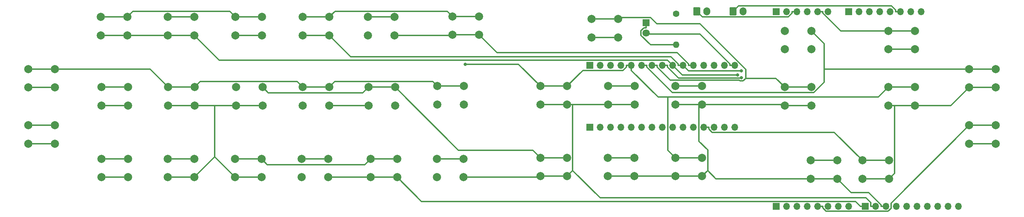
<source format=gbr>
G04 #@! TF.GenerationSoftware,KiCad,Pcbnew,(5.1.4)-1*
G04 #@! TF.CreationDate,2019-08-18T12:41:48-04:00*
G04 #@! TF.ProjectId,A-10C-UFC,412d3130-432d-4554-9643-2e6b69636164,1.2*
G04 #@! TF.SameCoordinates,Original*
G04 #@! TF.FileFunction,Copper,L1,Top*
G04 #@! TF.FilePolarity,Positive*
%FSLAX46Y46*%
G04 Gerber Fmt 4.6, Leading zero omitted, Abs format (unit mm)*
G04 Created by KiCad (PCBNEW (5.1.4)-1) date 2019-08-18 12:41:48*
%MOMM*%
%LPD*%
G04 APERTURE LIST*
%ADD10C,2.000000*%
%ADD11R,1.800000X1.800000*%
%ADD12C,1.800000*%
%ADD13R,1.700000X1.700000*%
%ADD14O,1.700000X1.700000*%
%ADD15C,1.600000*%
%ADD16O,1.600000X1.600000*%
%ADD17C,0.100000*%
%ADD18C,1.700000*%
%ADD19O,1.700000X2.000000*%
%ADD20C,0.800000*%
%ADD21C,0.300000*%
G04 APERTURE END LIST*
D10*
X307998000Y-95123000D03*
X307998000Y-99623000D03*
X301498000Y-95123000D03*
X301498000Y-99623000D03*
X307998000Y-81280000D03*
X307998000Y-85780000D03*
X301498000Y-81280000D03*
X301498000Y-85780000D03*
X288186000Y-85725000D03*
X288186000Y-90225000D03*
X281686000Y-85725000D03*
X281686000Y-90225000D03*
X288186000Y-71882000D03*
X288186000Y-76382000D03*
X281686000Y-71882000D03*
X281686000Y-76382000D03*
X281836000Y-103759000D03*
X281836000Y-108259000D03*
X275336000Y-103759000D03*
X275336000Y-108259000D03*
X269136000Y-103759000D03*
X269136000Y-108259000D03*
X262636000Y-103759000D03*
X262636000Y-108259000D03*
X262786000Y-85725000D03*
X262786000Y-90225000D03*
X256286000Y-85725000D03*
X256286000Y-90225000D03*
X262786000Y-71882000D03*
X262786000Y-76382000D03*
X256286000Y-71882000D03*
X256286000Y-76382000D03*
X235989000Y-103124000D03*
X235989000Y-107624000D03*
X229489000Y-103124000D03*
X229489000Y-107624000D03*
X235989000Y-85471000D03*
X235989000Y-89971000D03*
X229489000Y-85471000D03*
X229489000Y-89971000D03*
X219352000Y-103124000D03*
X219352000Y-107624000D03*
X212852000Y-103124000D03*
X212852000Y-107624000D03*
X219479000Y-85471000D03*
X219479000Y-89971000D03*
X212979000Y-85471000D03*
X212979000Y-89971000D03*
X215415000Y-68961000D03*
X215415000Y-73461000D03*
X208915000Y-68961000D03*
X208915000Y-73461000D03*
X202842000Y-103124000D03*
X202842000Y-107624000D03*
X196342000Y-103124000D03*
X196342000Y-107624000D03*
X202842000Y-85471000D03*
X202842000Y-89971000D03*
X196342000Y-85471000D03*
X196342000Y-89971000D03*
X177442000Y-103378000D03*
X177442000Y-107878000D03*
X170942000Y-103378000D03*
X170942000Y-107878000D03*
X177569000Y-85471000D03*
X177569000Y-89971000D03*
X171069000Y-85471000D03*
X171069000Y-89971000D03*
X181252000Y-68326000D03*
X181252000Y-72826000D03*
X174752000Y-68326000D03*
X174752000Y-72826000D03*
X161186000Y-103378000D03*
X161186000Y-107878000D03*
X154686000Y-103378000D03*
X154686000Y-107878000D03*
X160678000Y-85725000D03*
X160678000Y-90225000D03*
X154178000Y-85725000D03*
X154178000Y-90225000D03*
X160551000Y-68453000D03*
X160551000Y-72953000D03*
X154051000Y-68453000D03*
X154051000Y-72953000D03*
X144295000Y-103378000D03*
X144295000Y-107878000D03*
X137795000Y-103378000D03*
X137795000Y-107878000D03*
X144549000Y-85725000D03*
X144549000Y-90225000D03*
X138049000Y-85725000D03*
X138049000Y-90225000D03*
X144549000Y-68453000D03*
X144549000Y-72953000D03*
X138049000Y-68453000D03*
X138049000Y-72953000D03*
X127912000Y-103378000D03*
X127912000Y-107878000D03*
X121412000Y-103378000D03*
X121412000Y-107878000D03*
X128166000Y-85725000D03*
X128166000Y-90225000D03*
X121666000Y-85725000D03*
X121666000Y-90225000D03*
X128039000Y-68453000D03*
X128039000Y-72953000D03*
X121539000Y-68453000D03*
X121539000Y-72953000D03*
X111402000Y-103378000D03*
X111402000Y-107878000D03*
X104902000Y-103378000D03*
X104902000Y-107878000D03*
X111529000Y-85725000D03*
X111529000Y-90225000D03*
X105029000Y-85725000D03*
X105029000Y-90225000D03*
X111402000Y-68453000D03*
X111402000Y-72953000D03*
X104902000Y-68453000D03*
X104902000Y-72953000D03*
X95146000Y-103378000D03*
X95146000Y-107878000D03*
X88646000Y-103378000D03*
X88646000Y-107878000D03*
X95146000Y-85725000D03*
X95146000Y-90225000D03*
X88646000Y-85725000D03*
X88646000Y-90225000D03*
X95019000Y-68453000D03*
X95019000Y-72953000D03*
X88519000Y-68453000D03*
X88519000Y-72953000D03*
X77239000Y-95123000D03*
X77239000Y-99623000D03*
X70739000Y-95123000D03*
X70739000Y-99623000D03*
X77239000Y-81280000D03*
X77239000Y-85780000D03*
X70739000Y-81280000D03*
X70739000Y-85780000D03*
D11*
X222250000Y-69850000D03*
D12*
X222250000Y-72390000D03*
D13*
X276047000Y-115062000D03*
D14*
X278587000Y-115062000D03*
X281127000Y-115062000D03*
X283667000Y-115062000D03*
X286207000Y-115062000D03*
X288747000Y-115062000D03*
X291287000Y-115062000D03*
X293827000Y-115062000D03*
X296367000Y-115062000D03*
X298907000Y-115062000D03*
D13*
X254203000Y-67106800D03*
D14*
X256743000Y-67106800D03*
X259283000Y-67106800D03*
X261823000Y-67106800D03*
X264363000Y-67106800D03*
X266903000Y-67106800D03*
D15*
X229616000Y-67691000D03*
D16*
X229616000Y-75311000D03*
D13*
X254203000Y-115062000D03*
D14*
X256743000Y-115062000D03*
X259283000Y-115062000D03*
X261823000Y-115062000D03*
X264363000Y-115062000D03*
X266903000Y-115062000D03*
X269443000Y-115062000D03*
X271983000Y-115062000D03*
X244043000Y-80391000D03*
X241503000Y-80391000D03*
X238963000Y-80391000D03*
X236423000Y-80391000D03*
X233883000Y-80391000D03*
X231343000Y-80391000D03*
X228803000Y-80391000D03*
X226263000Y-80391000D03*
X223723000Y-80391000D03*
X221183000Y-80391000D03*
X218643000Y-80391000D03*
X216103000Y-80391000D03*
X213563000Y-80391000D03*
X211023000Y-80391000D03*
D13*
X208483000Y-80391000D03*
X208483000Y-95631000D03*
D14*
X211023000Y-95631000D03*
X213563000Y-95631000D03*
X216103000Y-95631000D03*
X218643000Y-95631000D03*
X221183000Y-95631000D03*
X223723000Y-95631000D03*
X226263000Y-95631000D03*
X228803000Y-95631000D03*
X231343000Y-95631000D03*
X233883000Y-95631000D03*
X236423000Y-95631000D03*
X238963000Y-95631000D03*
X241503000Y-95631000D03*
X244043000Y-95631000D03*
D13*
X271983000Y-67106800D03*
D14*
X274523000Y-67106800D03*
X277063000Y-67106800D03*
X279603000Y-67106800D03*
X282143000Y-67106800D03*
X284683000Y-67106800D03*
X287223000Y-67106800D03*
X289763000Y-67106800D03*
D17*
G36*
X244210504Y-66057204D02*
G01*
X244234773Y-66060804D01*
X244258571Y-66066765D01*
X244281671Y-66075030D01*
X244303849Y-66085520D01*
X244324893Y-66098133D01*
X244344598Y-66112747D01*
X244362777Y-66129223D01*
X244379253Y-66147402D01*
X244393867Y-66167107D01*
X244406480Y-66188151D01*
X244416970Y-66210329D01*
X244425235Y-66233429D01*
X244431196Y-66257227D01*
X244434796Y-66281496D01*
X244436000Y-66306000D01*
X244436000Y-67806000D01*
X244434796Y-67830504D01*
X244431196Y-67854773D01*
X244425235Y-67878571D01*
X244416970Y-67901671D01*
X244406480Y-67923849D01*
X244393867Y-67944893D01*
X244379253Y-67964598D01*
X244362777Y-67982777D01*
X244344598Y-67999253D01*
X244324893Y-68013867D01*
X244303849Y-68026480D01*
X244281671Y-68036970D01*
X244258571Y-68045235D01*
X244234773Y-68051196D01*
X244210504Y-68054796D01*
X244186000Y-68056000D01*
X242986000Y-68056000D01*
X242961496Y-68054796D01*
X242937227Y-68051196D01*
X242913429Y-68045235D01*
X242890329Y-68036970D01*
X242868151Y-68026480D01*
X242847107Y-68013867D01*
X242827402Y-67999253D01*
X242809223Y-67982777D01*
X242792747Y-67964598D01*
X242778133Y-67944893D01*
X242765520Y-67923849D01*
X242755030Y-67901671D01*
X242746765Y-67878571D01*
X242740804Y-67854773D01*
X242737204Y-67830504D01*
X242736000Y-67806000D01*
X242736000Y-66306000D01*
X242737204Y-66281496D01*
X242740804Y-66257227D01*
X242746765Y-66233429D01*
X242755030Y-66210329D01*
X242765520Y-66188151D01*
X242778133Y-66167107D01*
X242792747Y-66147402D01*
X242809223Y-66129223D01*
X242827402Y-66112747D01*
X242847107Y-66098133D01*
X242868151Y-66085520D01*
X242890329Y-66075030D01*
X242913429Y-66066765D01*
X242937227Y-66060804D01*
X242961496Y-66057204D01*
X242986000Y-66056000D01*
X244186000Y-66056000D01*
X244210504Y-66057204D01*
X244210504Y-66057204D01*
G37*
D18*
X243586000Y-67056000D03*
D19*
X246086000Y-67056000D03*
X237196000Y-67056000D03*
D17*
G36*
X235320504Y-66057204D02*
G01*
X235344773Y-66060804D01*
X235368571Y-66066765D01*
X235391671Y-66075030D01*
X235413849Y-66085520D01*
X235434893Y-66098133D01*
X235454598Y-66112747D01*
X235472777Y-66129223D01*
X235489253Y-66147402D01*
X235503867Y-66167107D01*
X235516480Y-66188151D01*
X235526970Y-66210329D01*
X235535235Y-66233429D01*
X235541196Y-66257227D01*
X235544796Y-66281496D01*
X235546000Y-66306000D01*
X235546000Y-67806000D01*
X235544796Y-67830504D01*
X235541196Y-67854773D01*
X235535235Y-67878571D01*
X235526970Y-67901671D01*
X235516480Y-67923849D01*
X235503867Y-67944893D01*
X235489253Y-67964598D01*
X235472777Y-67982777D01*
X235454598Y-67999253D01*
X235434893Y-68013867D01*
X235413849Y-68026480D01*
X235391671Y-68036970D01*
X235368571Y-68045235D01*
X235344773Y-68051196D01*
X235320504Y-68054796D01*
X235296000Y-68056000D01*
X234096000Y-68056000D01*
X234071496Y-68054796D01*
X234047227Y-68051196D01*
X234023429Y-68045235D01*
X234000329Y-68036970D01*
X233978151Y-68026480D01*
X233957107Y-68013867D01*
X233937402Y-67999253D01*
X233919223Y-67982777D01*
X233902747Y-67964598D01*
X233888133Y-67944893D01*
X233875520Y-67923849D01*
X233865030Y-67901671D01*
X233856765Y-67878571D01*
X233850804Y-67854773D01*
X233847204Y-67830504D01*
X233846000Y-67806000D01*
X233846000Y-66306000D01*
X233847204Y-66281496D01*
X233850804Y-66257227D01*
X233856765Y-66233429D01*
X233865030Y-66210329D01*
X233875520Y-66188151D01*
X233888133Y-66167107D01*
X233902747Y-66147402D01*
X233919223Y-66129223D01*
X233937402Y-66112747D01*
X233957107Y-66098133D01*
X233978151Y-66085520D01*
X234000329Y-66075030D01*
X234023429Y-66066765D01*
X234047227Y-66060804D01*
X234071496Y-66057204D01*
X234096000Y-66056000D01*
X235296000Y-66056000D01*
X235320504Y-66057204D01*
X235320504Y-66057204D01*
G37*
D18*
X234696000Y-67056000D03*
D20*
X177892800Y-80083700D03*
X245595900Y-83422800D03*
X244694500Y-82744700D03*
X245654200Y-81679800D03*
D21*
X229616000Y-75311000D02*
X223331800Y-75311000D01*
X223331800Y-75311000D02*
X220999700Y-72978900D01*
X220999700Y-72978900D02*
X220999700Y-71803500D01*
X220999700Y-71803500D02*
X221702900Y-71100300D01*
X221702900Y-71100300D02*
X222250000Y-71100300D01*
X222250000Y-69850000D02*
X222250000Y-71100300D01*
X244043000Y-80391000D02*
X242842700Y-80391000D01*
X242842700Y-80391000D02*
X242842700Y-80015900D01*
X242842700Y-80015900D02*
X235472000Y-72645200D01*
X235472000Y-72645200D02*
X222505100Y-72645200D01*
X222505100Y-72645200D02*
X222505100Y-72645100D01*
X222505100Y-72645100D02*
X222250000Y-72390000D01*
X138049000Y-85725000D02*
X136697100Y-84373100D01*
X136697100Y-84373100D02*
X112880900Y-84373100D01*
X112880900Y-84373100D02*
X111529000Y-85725000D01*
X144549000Y-85725000D02*
X138049000Y-85725000D01*
X77239000Y-81280000D02*
X70739000Y-81280000D01*
X105029000Y-85725000D02*
X100584000Y-81280000D01*
X100584000Y-81280000D02*
X77239000Y-81280000D01*
X177569000Y-85471000D02*
X171069000Y-85471000D01*
X171069000Y-85471000D02*
X169970900Y-84372900D01*
X169970900Y-84372900D02*
X145901100Y-84372900D01*
X145901100Y-84372900D02*
X144549000Y-85725000D01*
X281836000Y-103759000D02*
X275336000Y-103759000D01*
X237623300Y-95631000D02*
X237623300Y-96006200D01*
X237623300Y-96006200D02*
X238448400Y-96831300D01*
X238448400Y-96831300D02*
X268408300Y-96831300D01*
X268408300Y-96831300D02*
X275336000Y-103759000D01*
X236423000Y-95631000D02*
X237623300Y-95631000D01*
X212852000Y-103124000D02*
X219352000Y-103124000D01*
X105029000Y-85725000D02*
X111529000Y-85725000D01*
X281686000Y-71882000D02*
X288186000Y-71882000D01*
X265563300Y-67106800D02*
X265563300Y-67479900D01*
X265563300Y-67479900D02*
X269965400Y-71882000D01*
X269965400Y-71882000D02*
X281686000Y-71882000D01*
X229489000Y-85471000D02*
X235989000Y-85471000D01*
X264363000Y-67106800D02*
X265563300Y-67106800D01*
X170942000Y-103378000D02*
X177442000Y-103378000D01*
X137795000Y-103378000D02*
X144295000Y-103378000D01*
X104902000Y-103378000D02*
X111402000Y-103378000D01*
X70739000Y-95123000D02*
X77239000Y-95123000D01*
X281686000Y-85725000D02*
X288186000Y-85725000D01*
X227594200Y-88157200D02*
X279253800Y-88157200D01*
X279253800Y-88157200D02*
X281686000Y-85725000D01*
X227594200Y-88157200D02*
X225208900Y-88157200D01*
X225208900Y-88157200D02*
X218643000Y-81591300D01*
X227594200Y-88157200D02*
X227594200Y-101229200D01*
X227594200Y-101229200D02*
X229489000Y-103124000D01*
X229489000Y-103124000D02*
X235989000Y-103124000D01*
X218643000Y-80391000D02*
X218643000Y-81591300D01*
X218643000Y-80391000D02*
X217442700Y-80391000D01*
X217442700Y-80391000D02*
X217442700Y-80766200D01*
X217442700Y-80766200D02*
X216617600Y-81591300D01*
X216617600Y-81591300D02*
X206721700Y-81591300D01*
X206721700Y-81591300D02*
X202842000Y-85471000D01*
X196342000Y-85471000D02*
X190954700Y-80083700D01*
X190954700Y-80083700D02*
X177892800Y-80083700D01*
X202842000Y-85471000D02*
X196342000Y-85471000D01*
X121539000Y-68453000D02*
X120184800Y-67098800D01*
X120184800Y-67098800D02*
X96373200Y-67098800D01*
X96373200Y-67098800D02*
X95019000Y-68453000D01*
X128039000Y-68453000D02*
X121539000Y-68453000D01*
X154051000Y-68453000D02*
X160551000Y-68453000D01*
X88519000Y-68453000D02*
X95019000Y-68453000D01*
X265935600Y-81280000D02*
X265935600Y-75031600D01*
X265935600Y-75031600D02*
X262786000Y-71882000D01*
X222383300Y-80391000D02*
X222383300Y-80764100D01*
X222383300Y-80764100D02*
X228694600Y-87075400D01*
X228694600Y-87075400D02*
X263392100Y-87075400D01*
X263392100Y-87075400D02*
X265935600Y-84531900D01*
X265935600Y-84531900D02*
X265935600Y-81280000D01*
X265935600Y-81280000D02*
X301498000Y-81280000D01*
X301498000Y-81280000D02*
X307998000Y-81280000D01*
X221183000Y-80391000D02*
X222383300Y-80391000D01*
X196342000Y-103124000D02*
X194486700Y-101268700D01*
X194486700Y-101268700D02*
X176221700Y-101268700D01*
X176221700Y-101268700D02*
X160678000Y-85725000D01*
X196342000Y-103124000D02*
X202842000Y-103124000D01*
X154178000Y-85725000D02*
X160678000Y-85725000D01*
X128166000Y-85725000D02*
X129572200Y-87131200D01*
X129572200Y-87131200D02*
X152771800Y-87131200D01*
X152771800Y-87131200D02*
X154178000Y-85725000D01*
X88646000Y-85725000D02*
X95146000Y-85725000D01*
X224923300Y-80391000D02*
X224923300Y-80766100D01*
X224923300Y-80766100D02*
X228168200Y-84011000D01*
X228168200Y-84011000D02*
X245123100Y-84011000D01*
X245123100Y-84011000D02*
X245285200Y-84173100D01*
X245285200Y-84173100D02*
X246068300Y-84173100D01*
X246068300Y-84173100D02*
X246689600Y-83551800D01*
X246689600Y-83551800D02*
X246689600Y-81339200D01*
X246689600Y-81339200D02*
X235452200Y-70101800D01*
X235452200Y-70101800D02*
X224893000Y-70101800D01*
X224893000Y-70101800D02*
X223376800Y-68585600D01*
X223376800Y-68585600D02*
X215790400Y-68585600D01*
X215790400Y-68585600D02*
X215415000Y-68961000D01*
X246689600Y-83551800D02*
X254112800Y-83551800D01*
X254112800Y-83551800D02*
X256286000Y-85725000D01*
X223723000Y-80391000D02*
X224923300Y-80391000D01*
X264363000Y-115062000D02*
X265563300Y-115062000D01*
X265563300Y-115062000D02*
X265563300Y-115437100D01*
X265563300Y-115437100D02*
X266396600Y-116270400D01*
X266396600Y-116270400D02*
X281630000Y-116270400D01*
X281630000Y-116270400D02*
X282327400Y-115573000D01*
X282327400Y-115573000D02*
X282327400Y-114293600D01*
X282327400Y-114293600D02*
X301498000Y-95123000D01*
X301498000Y-95123000D02*
X307998000Y-95123000D01*
X256286000Y-85725000D02*
X262786000Y-85725000D01*
X208915000Y-68961000D02*
X215415000Y-68961000D01*
X154686000Y-103378000D02*
X161186000Y-103378000D01*
X127912000Y-103378000D02*
X129318200Y-104784200D01*
X129318200Y-104784200D02*
X153279800Y-104784200D01*
X153279800Y-104784200D02*
X154686000Y-103378000D01*
X121412000Y-103378000D02*
X127912000Y-103378000D01*
X88646000Y-103378000D02*
X95146000Y-103378000D01*
X227463300Y-80391000D02*
X227463300Y-80766100D01*
X227463300Y-80766100D02*
X230192200Y-83495000D01*
X230192200Y-83495000D02*
X245523700Y-83495000D01*
X245523700Y-83495000D02*
X245595900Y-83422800D01*
X226263000Y-80391000D02*
X227463300Y-80391000D01*
X174752000Y-68326000D02*
X181252000Y-68326000D01*
X174752000Y-68326000D02*
X173461300Y-67035300D01*
X173461300Y-67035300D02*
X145966700Y-67035300D01*
X145966700Y-67035300D02*
X144549000Y-68453000D01*
X144549000Y-68453000D02*
X138049000Y-68453000D01*
X262636000Y-103759000D02*
X269136000Y-103759000D01*
X212979000Y-85471000D02*
X219479000Y-85471000D01*
X104902000Y-68453000D02*
X111402000Y-68453000D01*
X228803000Y-80391000D02*
X231156700Y-82744700D01*
X231156700Y-82744700D02*
X244694500Y-82744700D01*
X111402000Y-72953000D02*
X117551500Y-79102500D01*
X117551500Y-79102500D02*
X227514500Y-79102500D01*
X227514500Y-79102500D02*
X228803000Y-80391000D01*
X104902000Y-72953000D02*
X111402000Y-72953000D01*
X70739000Y-99623000D02*
X77239000Y-99623000D01*
X95019000Y-72953000D02*
X104902000Y-72953000D01*
X88646000Y-107878000D02*
X95146000Y-107878000D01*
X88646000Y-90225000D02*
X95146000Y-90225000D01*
X88519000Y-72953000D02*
X95019000Y-72953000D01*
X70739000Y-85780000D02*
X77239000Y-85780000D01*
X144549000Y-72953000D02*
X149818500Y-78222500D01*
X149818500Y-78222500D02*
X228349300Y-78222500D01*
X228349300Y-78222500D02*
X230142700Y-80015900D01*
X230142700Y-80015900D02*
X230142700Y-80391000D01*
X231343000Y-80391000D02*
X230142700Y-80391000D01*
X245654200Y-81679800D02*
X232631800Y-81679800D01*
X232631800Y-81679800D02*
X231343000Y-80391000D01*
X138049000Y-72953000D02*
X144549000Y-72953000D01*
X116407000Y-102873000D02*
X121412000Y-107878000D01*
X116407000Y-90225000D02*
X116407000Y-102873000D01*
X111402000Y-107878000D02*
X116407000Y-102873000D01*
X116407000Y-90225000D02*
X111529000Y-90225000D01*
X121666000Y-90225000D02*
X116407000Y-90225000D01*
X128166000Y-90225000D02*
X121666000Y-90225000D01*
X104902000Y-107878000D02*
X111402000Y-107878000D01*
X121412000Y-107878000D02*
X127912000Y-107878000D01*
X121539000Y-72953000D02*
X128039000Y-72953000D01*
X105029000Y-90225000D02*
X111529000Y-90225000D01*
X161186000Y-107878000D02*
X167169700Y-113861700D01*
X167169700Y-113861700D02*
X273646400Y-113861700D01*
X273646400Y-113861700D02*
X274846700Y-115062000D01*
X181252000Y-72826000D02*
X185647900Y-77221900D01*
X185647900Y-77221900D02*
X229888700Y-77221900D01*
X229888700Y-77221900D02*
X232682700Y-80015900D01*
X232682700Y-80015900D02*
X232682700Y-80391000D01*
X233883000Y-80391000D02*
X232682700Y-80391000D01*
X174752000Y-72826000D02*
X181252000Y-72826000D01*
X160551000Y-72953000D02*
X174625000Y-72953000D01*
X174625000Y-72953000D02*
X174752000Y-72826000D01*
X154686000Y-107878000D02*
X161186000Y-107878000D01*
X144295000Y-107878000D02*
X154686000Y-107878000D01*
X144549000Y-90225000D02*
X154178000Y-90225000D01*
X276047000Y-115062000D02*
X274846700Y-115062000D01*
X278587000Y-115062000D02*
X277386700Y-115062000D01*
X204234600Y-106231400D02*
X202842000Y-107624000D01*
X204234600Y-89971000D02*
X204234600Y-106231400D01*
X277386700Y-115062000D02*
X277386700Y-114161800D01*
X277386700Y-114161800D02*
X276186800Y-112961900D01*
X276186800Y-112961900D02*
X210965100Y-112961900D01*
X210965100Y-112961900D02*
X204234600Y-106231400D01*
X204234600Y-89971000D02*
X212979000Y-89971000D01*
X202842000Y-89971000D02*
X204234600Y-89971000D01*
X196342000Y-107624000D02*
X196088000Y-107878000D01*
X196088000Y-107878000D02*
X177442000Y-107878000D01*
X212979000Y-89971000D02*
X219479000Y-89971000D01*
X208915000Y-73461000D02*
X215415000Y-73461000D01*
X196342000Y-107624000D02*
X202842000Y-107624000D01*
X196342000Y-89971000D02*
X202842000Y-89971000D01*
X256286000Y-90225000D02*
X262786000Y-90225000D01*
X235989000Y-89971000D02*
X256032000Y-89971000D01*
X256032000Y-89971000D02*
X256286000Y-90225000D01*
X219352000Y-107624000D02*
X212852000Y-107624000D01*
X229489000Y-107624000D02*
X219352000Y-107624000D01*
X235205200Y-89971000D02*
X235989000Y-89971000D01*
X279926700Y-115062000D02*
X279926700Y-114689000D01*
X279926700Y-114689000D02*
X276896100Y-111658400D01*
X276896100Y-111658400D02*
X272535400Y-111658400D01*
X272535400Y-111658400D02*
X269136000Y-108259000D01*
X237367400Y-106245600D02*
X235989000Y-107624000D01*
X235205200Y-89971000D02*
X235205200Y-99060900D01*
X235205200Y-99060900D02*
X237367400Y-101223100D01*
X237367400Y-101223100D02*
X237367400Y-106245600D01*
X262636000Y-108259000D02*
X239380800Y-108259000D01*
X239380800Y-108259000D02*
X237367400Y-106245600D01*
X269136000Y-108259000D02*
X262636000Y-108259000D01*
X229489000Y-89971000D02*
X235205200Y-89971000D01*
X235989000Y-107624000D02*
X229489000Y-107624000D01*
X281127000Y-115062000D02*
X279926700Y-115062000D01*
X301498000Y-85780000D02*
X307998000Y-85780000D01*
X288186000Y-90225000D02*
X297053000Y-90225000D01*
X297053000Y-90225000D02*
X301498000Y-85780000D01*
X281836000Y-108259000D02*
X275336000Y-108259000D01*
X283192200Y-90225000D02*
X283192200Y-106902800D01*
X283192200Y-106902800D02*
X281836000Y-108259000D01*
X283192200Y-90225000D02*
X281686000Y-90225000D01*
X288186000Y-90225000D02*
X283192200Y-90225000D01*
X301498000Y-99623000D02*
X307998000Y-99623000D01*
X281686000Y-76382000D02*
X288186000Y-76382000D01*
X284683000Y-67106800D02*
X283482700Y-67106800D01*
X283482700Y-67106800D02*
X283482700Y-66731700D01*
X283482700Y-66731700D02*
X282425700Y-65674700D01*
X282425700Y-65674700D02*
X244967300Y-65674700D01*
X244967300Y-65674700D02*
X243586000Y-67056000D01*
X234696000Y-67056000D02*
X236084600Y-68444600D01*
X236084600Y-68444600D02*
X257117900Y-68444600D01*
X257117900Y-68444600D02*
X258082700Y-67479800D01*
X258082700Y-67479800D02*
X258082700Y-67106800D01*
X259283000Y-67106800D02*
X258082700Y-67106800D01*
M02*

</source>
